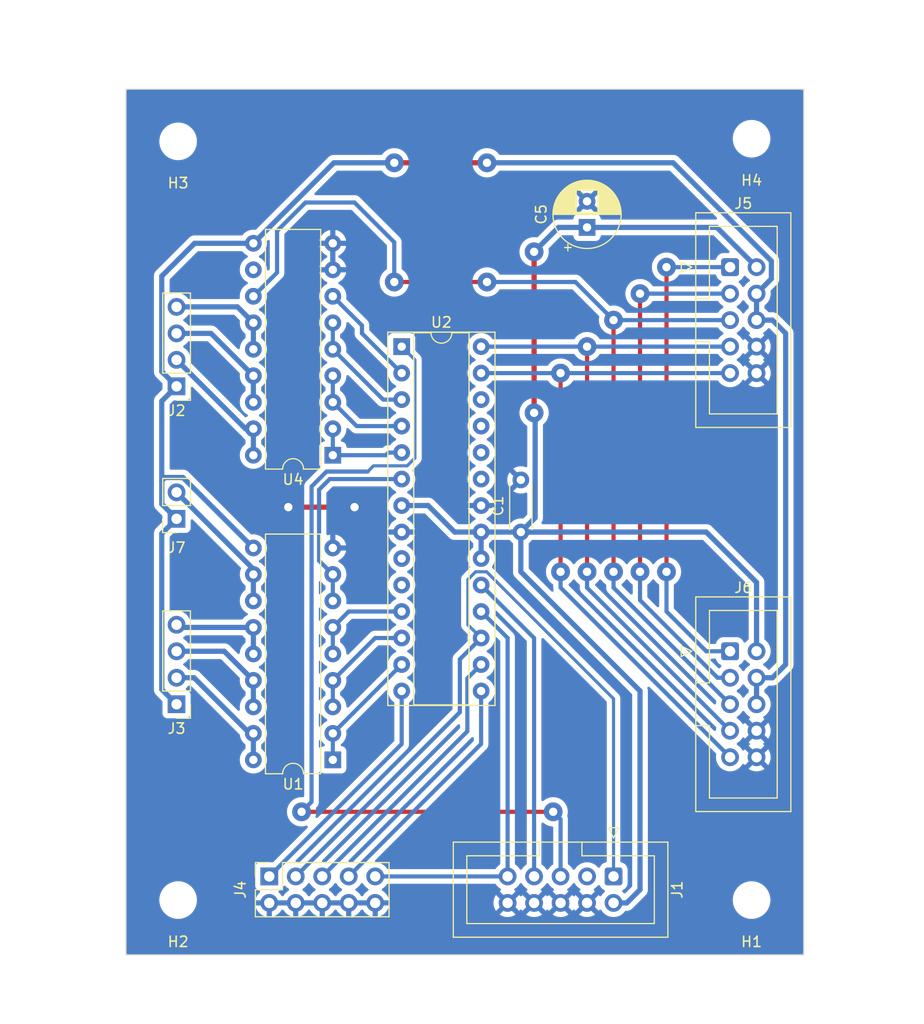
<source format=kicad_pcb>
(kicad_pcb (version 20240108) (generator "pcbnew") (generator_version "8.0")
  (layers (0 "F.Cu" signal) (31 "B.Cu" signal) (34 "B.Paste" user) (35 "F.Paste" user) (36 "B.SilkS" user "B.Silkscreen") (37 "F.SilkS" user "F.Silkscreen") (38 "B.Mask" user) (39 "F.Mask" user) (44 "Edge.Cuts" user))
  (net 0 "")
  (net 1 "GND")
  (net 2 "+5V")
  (net 3 "SCK")
  (net 4 "Reset")
  (net 6 "MISO")
  (net 7 "MOSI")
  (net 8 "+12V")
  (net 9 "Net-(J2-Pin_3)")
  (net 10 "Net-(J2-Pin_4)")
  (net 11 "Net-(J2-Pin_2)")
  (net 12 "Net-(J3-Pin_2)")
  (net 13 "Net-(J3-Pin_4)")
  (net 14 "Net-(J3-Pin_3)")
  (net 15 "Net-(J5-Pin_1)")
  (net 16 "SDA")
  (net 17 "Interrupt")
  (net 18 "Net-(J5-Pin_3)")
  (net 19 "SCL")
  (net 20 "Net-(U1-I5)")
  (net 21 "Net-(U1-I1)")
  (net 22 "Net-(U1-I3)")
  (net 27 "Net-(U2-PD1)")
  (net 29 "Net-(U2-PD2)")
  (net 31 "Net-(U2-PD0)")
  (net 32 "Net-(J4-Pin_5)")
  (net 33 "Net-(J4-Pin_1)")
  (net 34 "Net-(U2-PD3)")
  (net 36 "Net-(J4-Pin_7)")
  (net 37 "Net-(J7-Pin_2)")
  (net 38 "Net-(U1-I7)")
  (footprint "Capacitor_THT:C_Disc_D4.3mm_W1.9mm_P5.00mm" (layer "F.Cu") (at 153.11 90.016052 90)
    (property "Reference" "C1" (at 2.5 -2.2 90) (layer "F.SilkS"))
    (property "Value" "100nF")
    (pad "1" thru_hole circle (at 0 0 90) (size 1.6 1.6) (drill 0.8) (layers "*.Cu" "*.Mask") (net 2 "+5V"))
    (pad "2" thru_hole circle (at 5 0 90) (size 1.6 1.6) (drill 0.8) (layers "*.Cu" "*.Mask") (net 1 "GND"))
  )
  (footprint "Connector_PinHeader_2.54mm:PinHeader_1x04_P2.54mm_Vertical" (layer "F.Cu") (at 120.09 76.046052 180)
    (property "Reference" "J2" (at 0 -2.33 360) (layer "F.SilkS"))
    (property "Value" "LED1")
    (pad "1" thru_hole rect (at 0 0 180) (size 1.7 1.7) (drill 1) (layers "*.Cu" "*.Mask") (net 8 "+12V"))
    (pad "2" thru_hole oval (at 0 2.54 180) (size 1.7 1.7) (drill 1) (layers "*.Cu" "*.Mask") (net 11 "Net-(J2-Pin_2)"))
    (pad "3" thru_hole oval (at 0 5.08 180) (size 1.7 1.7) (drill 1) (layers "*.Cu" "*.Mask") (net 9 "Net-(J2-Pin_3)"))
    (pad "4" thru_hole oval (at 0 7.62 180) (size 1.7 1.7) (drill 1) (layers "*.Cu" "*.Mask") (net 10 "Net-(J2-Pin_4)"))
  )
  (footprint "MountingHole:MountingHole_3mm" (layer "F.Cu") (at 120.24 125.302052 180)
    (property "Reference" "H2" (at 0 -4 360) (layer "F.SilkS"))
    (property "Value" "MountingHole")
    (pad "" np_thru_hole circle (at 0 0 180) (size 3 3) (drill 3) (layers "*.Cu" "*.Mask"))
  )
  (footprint "MountingHole:MountingHole_3mm" (layer "F.Cu") (at 120.24 52.556052 180)
    (property "Reference" "H3" (at 0 -4 360) (layer "F.SilkS"))
    (property "Value" "MountingHole")
    (pad "" np_thru_hole circle (at 0 0 180) (size 3 3) (drill 3) (layers "*.Cu" "*.Mask"))
  )
  (footprint "Connector_IDC:IDC-Header_2x05_P2.54mm_Vertical" (layer "F.Cu") (at 162 123.036052 -90)
    (property "Reference" "J1" (at 1.27 -6.1 90) (layer "F.SilkS"))
    (property "Value" "ISP")
    (pad "1" thru_hole roundrect (at 0 0 270) (size 1.7 1.7) (drill 1) (layers "*.Cu" "*.Mask") (roundrect_rratio 0.147059) (net 7 "MOSI"))
    (pad "2" thru_hole circle (at 2.54 0 270) (size 1.7 1.7) (drill 1) (layers "*.Cu" "*.Mask") (net 2 "+5V"))
    (pad "3" thru_hole circle (at 0 2.54 270) (size 1.7 1.7) (drill 1) (layers "*.Cu" "*.Mask"))
    (pad "4" thru_hole circle (at 2.54 2.54 270) (size 1.7 1.7) (drill 1) (layers "*.Cu" "*.Mask") (net 1 "GND"))
    (pad "5" thru_hole circle (at 0 5.08 270) (size 1.7 1.7) (drill 1) (layers "*.Cu" "*.Mask") (net 4 "Reset"))
    (pad "6" thru_hole circle (at 2.54 5.08 270) (size 1.7 1.7) (drill 1) (layers "*.Cu" "*.Mask") (net 1 "GND"))
    (pad "7" thru_hole circle (at 0 7.62 270) (size 1.7 1.7) (drill 1) (layers "*.Cu" "*.Mask") (net 3 "SCK"))
    (pad "8" thru_hole circle (at 2.54 7.62 270) (size 1.7 1.7) (drill 1) (layers "*.Cu" "*.Mask") (net 1 "GND"))
    (pad "9" thru_hole circle (at 0 10.16 270) (size 1.7 1.7) (drill 1) (layers "*.Cu" "*.Mask") (net 6 "MISO"))
    (pad "10" thru_hole circle (at 2.54 10.16 270) (size 1.7 1.7) (drill 1) (layers "*.Cu" "*.Mask") (net 1 "GND"))
  )
  (footprint "Connector_IDC:IDC-Header_2x05_P2.54mm_Vertical" (layer "F.Cu") (at 173.176 64.616052)
    (property "Reference" "J5" (at 1.27 -6.1 360) (layer "F.SilkS"))
    (property "Value" "BoardCon")
    (pad "1" thru_hole roundrect (at 0 0) (size 1.7 1.7) (drill 1) (layers "*.Cu" "*.Mask") (roundrect_rratio 0.147059) (net 15 "Net-(J5-Pin_1)"))
    (pad "2" thru_hole circle (at 2.54 0) (size 1.7 1.7) (drill 1) (layers "*.Cu" "*.Mask") (net 2 "+5V"))
    (pad "3" thru_hole circle (at 0 2.54) (size 1.7 1.7) (drill 1) (layers "*.Cu" "*.Mask") (net 18 "Net-(J5-Pin_3)"))
    (pad "4" thru_hole circle (at 2.54 2.54) (size 1.7 1.7) (drill 1) (layers "*.Cu" "*.Mask") (net 8 "+12V"))
    (pad "5" thru_hole circle (at 0 5.08) (size 1.7 1.7) (drill 1) (layers "*.Cu" "*.Mask") (net 17 "Interrupt"))
    (pad "6" thru_hole circle (at 2.54 5.08) (size 1.7 1.7) (drill 1) (layers "*.Cu" "*.Mask") (net 8 "+12V"))
    (pad "7" thru_hole circle (at 0 7.62) (size 1.7 1.7) (drill 1) (layers "*.Cu" "*.Mask") (net 19 "SCL"))
    (pad "8" thru_hole circle (at 2.54 7.62) (size 1.7 1.7) (drill 1) (layers "*.Cu" "*.Mask") (net 1 "GND"))
    (pad "9" thru_hole circle (at 0 10.16) (size 1.7 1.7) (drill 1) (layers "*.Cu" "*.Mask") (net 16 "SDA"))
    (pad "10" thru_hole circle (at 2.54 10.16) (size 1.7 1.7) (drill 1) (layers "*.Cu" "*.Mask") (net 1 "GND"))
  )
  (footprint "Connector_IDC:IDC-Header_2x05_P2.54mm_Vertical" (layer "F.Cu") (at 173.176 101.446052)
    (property "Reference" "J6" (at 1.27 -6.1 360) (layer "F.SilkS"))
    (property "Value" "BoardConOut")
    (pad "1" thru_hole roundrect (at 0 0) (size 1.7 1.7) (drill 1) (layers "*.Cu" "*.Mask") (roundrect_rratio 0.147059) (net 15 "Net-(J5-Pin_1)"))
    (pad "2" thru_hole circle (at 2.54 0) (size 1.7 1.7) (drill 1) (layers "*.Cu" "*.Mask") (net 2 "+5V"))
    (pad "3" thru_hole circle (at 0 2.54) (size 1.7 1.7) (drill 1) (layers "*.Cu" "*.Mask") (net 18 "Net-(J5-Pin_3)"))
    (pad "4" thru_hole circle (at 2.54 2.54) (size 1.7 1.7) (drill 1) (layers "*.Cu" "*.Mask") (net 8 "+12V"))
    (pad "5" thru_hole circle (at 0 5.08) (size 1.7 1.7) (drill 1) (layers "*.Cu" "*.Mask") (net 17 "Interrupt"))
    (pad "6" thru_hole circle (at 2.54 5.08) (size 1.7 1.7) (drill 1) (layers "*.Cu" "*.Mask") (net 8 "+12V"))
    (pad "7" thru_hole circle (at 0 7.62) (size 1.7 1.7) (drill 1) (layers "*.Cu" "*.Mask") (net 19 "SCL"))
    (pad "8" thru_hole circle (at 2.54 7.62) (size 1.7 1.7) (drill 1) (layers "*.Cu" "*.Mask") (net 1 "GND"))
    (pad "9" thru_hole circle (at 0 10.16) (size 1.7 1.7) (drill 1) (layers "*.Cu" "*.Mask") (net 16 "SDA"))
    (pad "10" thru_hole circle (at 2.54 10.16) (size 1.7 1.7) (drill 1) (layers "*.Cu" "*.Mask") (net 1 "GND"))
  )
  (footprint "MountingHole:MountingHole_3mm" (layer "F.Cu") (at 175.24 125.302052 180)
    (property "Reference" "H1" (at 0 -4 360) (layer "F.SilkS"))
    (property "Value" "MountingHole")
    (pad "" np_thru_hole circle (at 0 0 180) (size 3 3) (drill 3) (layers "*.Cu" "*.Mask"))
  )
  (footprint "Connector_PinSocket_2.54mm:PinSocket_2x05_P2.54mm_Vertical" (layer "F.Cu") (at 128.98 123.036052 90)
    (property "Reference" "J4" (at -1.27 -2.77 90) (layer "F.SilkS"))
    (property "Value" "Buttons")
    (pad "1" thru_hole rect (at 0 0 90) (size 1.7 1.7) (drill 1) (layers "*.Cu" "*.Mask") (net 33 "Net-(J4-Pin_1)"))
    (pad "2" thru_hole oval (at -2.54 0 90) (size 1.7 1.7) (drill 1) (layers "*.Cu" "*.Mask") (net 1 "GND"))
    (pad "3" thru_hole oval (at 0 2.54 90) (size 1.7 1.7) (drill 1) (layers "*.Cu" "*.Mask") (net 7 "MOSI"))
    (pad "4" thru_hole oval (at -2.54 2.54 90) (size 1.7 1.7) (drill 1) (layers "*.Cu" "*.Mask") (net 1 "GND"))
    (pad "5" thru_hole oval (at 0 5.08 90) (size 1.7 1.7) (drill 1) (layers "*.Cu" "*.Mask") (net 32 "Net-(J4-Pin_5)"))
    (pad "6" thru_hole oval (at -2.54 5.08 90) (size 1.7 1.7) (drill 1) (layers "*.Cu" "*.Mask") (net 1 "GND"))
    (pad "7" thru_hole oval (at 0 7.62 90) (size 1.7 1.7) (drill 1) (layers "*.Cu" "*.Mask") (net 36 "Net-(J4-Pin_7)"))
    (pad "8" thru_hole oval (at -2.54 7.62 90) (size 1.7 1.7) (drill 1) (layers "*.Cu" "*.Mask") (net 1 "GND"))
    (pad "9" thru_hole oval (at 0 10.16 90) (size 1.7 1.7) (drill 1) (layers "*.Cu" "*.Mask") (net 6 "MISO"))
    (pad "10" thru_hole oval (at -2.54 10.16 90) (size 1.7 1.7) (drill 1) (layers "*.Cu" "*.Mask") (net 1 "GND"))
  )
  (footprint "Package_DIP:DIP-18_W7.62mm" (layer "F.Cu") (at 135.076 82.650052 180)
    (property "Reference" "U4" (at 3.81 -2.33 360) (layer "F.SilkS"))
    (property "Value" "ULN2803A")
    (pad "1" thru_hole rect (at 0 0 180) (size 1.6 1.6) (drill 0.8) (layers "*.Cu" "*.Mask") (net 34 "Net-(U2-PD3)"))
    (pad "2" thru_hole oval (at 0 2.54 180) (size 1.6 1.6) (drill 0.8) (layers "*.Cu" "*.Mask") (net 34 "Net-(U2-PD3)"))
    (pad "3" thru_hole oval (at 0 5.08 180) (size 1.6 1.6) (drill 0.8) (layers "*.Cu" "*.Mask") (net 29 "Net-(U2-PD2)"))
    (pad "4" thru_hole oval (at 0 7.62 180) (size 1.6 1.6) (drill 0.8) (layers "*.Cu" "*.Mask") (net 29 "Net-(U2-PD2)"))
    (pad "5" thru_hole oval (at 0 10.16 180) (size 1.6 1.6) (drill 0.8) (layers "*.Cu" "*.Mask") (net 27 "Net-(U2-PD1)"))
    (pad "6" thru_hole oval (at 0 12.7 180) (size 1.6 1.6) (drill 0.8) (layers "*.Cu" "*.Mask") (net 27 "Net-(U2-PD1)"))
    (pad "7" thru_hole oval (at 0 15.24 180) (size 1.6 1.6) (drill 0.8) (layers "*.Cu" "*.Mask") (net 31 "Net-(U2-PD0)"))
    (pad "8" thru_hole oval (at 0 17.78 180) (size 1.6 1.6) (drill 0.8) (layers "*.Cu" "*.Mask") (net 1 "GND"))
    (pad "9" thru_hole oval (at 0 20.32 180) (size 1.6 1.6) (drill 0.8) (layers "*.Cu" "*.Mask") (net 1 "GND"))
    (pad "10" thru_hole oval (at 7.62 20.32 180) (size 1.6 1.6) (drill 0.8) (layers "*.Cu" "*.Mask") (net 8 "+12V"))
    (pad "11" thru_hole oval (at 7.62 17.78 180) (size 1.6 1.6) (drill 0.8) (layers "*.Cu" "*.Mask"))
    (pad "12" thru_hole oval (at 7.62 15.24 180) (size 1.6 1.6) (drill 0.8) (layers "*.Cu" "*.Mask") (net 17 "Interrupt"))
    (pad "13" thru_hole oval (at 7.62 12.7 180) (size 1.6 1.6) (drill 0.8) (layers "*.Cu" "*.Mask") (net 10 "Net-(J2-Pin_4)"))
    (pad "14" thru_hole oval (at 7.62 10.16 180) (size 1.6 1.6) (drill 0.8) (layers "*.Cu" "*.Mask") (net 10 "Net-(J2-Pin_4)"))
    (pad "15" thru_hole oval (at 7.62 7.62 180) (size 1.6 1.6) (drill 0.8) (layers "*.Cu" "*.Mask") (net 9 "Net-(J2-Pin_3)"))
    (pad "16" thru_hole oval (at 7.62 5.08 180) (size 1.6 1.6) (drill 0.8) (layers "*.Cu" "*.Mask") (net 9 "Net-(J2-Pin_3)"))
    (pad "17" thru_hole oval (at 7.62 2.54 180) (size 1.6 1.6) (drill 0.8) (layers "*.Cu" "*.Mask") (net 11 "Net-(J2-Pin_2)"))
    (pad "18" thru_hole oval (at 7.62 0 180) (size 1.6 1.6) (drill 0.8) (layers "*.Cu" "*.Mask") (net 11 "Net-(J2-Pin_2)"))
  )
  (footprint "Connector_PinSocket_2.54mm:PinSocket_1x02_P2.54mm_Vertical" (layer "F.Cu") (at 120.09 88.746052 180)
    (property "Reference" "J7" (at 0 -2.77 360) (layer "F.SilkS"))
    (property "Value" "LED3")
    (pad "1" thru_hole rect (at 0 0 180) (size 1.7 1.7) (drill 1) (layers "*.Cu" "*.Mask") (net 8 "+12V"))
    (pad "2" thru_hole oval (at 0 2.54 180) (size 1.7 1.7) (drill 1) (layers "*.Cu" "*.Mask") (net 37 "Net-(J7-Pin_2)"))
  )
  (footprint "Package_DIP:DIP-18_W7.62mm" (layer "F.Cu") (at 135.076 111.860052 180)
    (property "Reference" "U1" (at 3.81 -2.33 360) (layer "F.SilkS"))
    (property "Value" "ULN2803A")
    (pad "1" thru_hole rect (at 0 0 180) (size 1.6 1.6) (drill 0.8) (layers "*.Cu" "*.Mask") (net 21 "Net-(U1-I1)"))
    (pad "2" thru_hole oval (at 0 2.54 180) (size 1.6 1.6) (drill 0.8) (layers "*.Cu" "*.Mask") (net 21 "Net-(U1-I1)"))
    (pad "3" thru_hole oval (at 0 5.08 180) (size 1.6 1.6) (drill 0.8) (layers "*.Cu" "*.Mask") (net 22 "Net-(U1-I3)"))
    (pad "4" thru_hole oval (at 0 7.62 180) (size 1.6 1.6) (drill 0.8) (layers "*.Cu" "*.Mask") (net 22 "Net-(U1-I3)"))
    (pad "5" thru_hole oval (at 0 10.16 180) (size 1.6 1.6) (drill 0.8) (layers "*.Cu" "*.Mask") (net 20 "Net-(U1-I5)"))
    (pad "6" thru_hole oval (at 0 12.7 180) (size 1.6 1.6) (drill 0.8) (layers "*.Cu" "*.Mask") (net 20 "Net-(U1-I5)"))
    (pad "7" thru_hole oval (at 0 15.24 180) (size 1.6 1.6) (drill 0.8) (layers "*.Cu" "*.Mask") (net 38 "Net-(U1-I7)"))
    (pad "8" thru_hole oval (at 0 17.78 180) (size 1.6 1.6) (drill 0.8) (layers "*.Cu" "*.Mask") (net 38 "Net-(U1-I7)"))
    (pad "9" thru_hole oval (at 0 20.32 180) (size 1.6 1.6) (drill 0.8) (layers "*.Cu" "*.Mask") (net 1 "GND"))
    (pad "10" thru_hole oval (at 7.62 20.32 180) (size 1.6 1.6) (drill 0.8) (layers "*.Cu" "*.Mask") (net 8 "+12V"))
    (pad "11" thru_hole oval (at 7.62 17.78 180) (size 1.6 1.6) (drill 0.8) (layers "*.Cu" "*.Mask") (net 37 "Net-(J7-Pin_2)"))
    (pad "12" thru_hole oval (at 7.62 15.24 180) (size 1.6 1.6) (drill 0.8) (layers "*.Cu" "*.Mask") (net 37 "Net-(J7-Pin_2)"))
    (pad "13" thru_hole oval (at 7.62 12.7 180) (size 1.6 1.6) (drill 0.8) (layers "*.Cu" "*.Mask") (net 13 "Net-(J3-Pin_4)"))
    (pad "14" thru_hole oval (at 7.62 10.16 180) (size 1.6 1.6) (drill 0.8) (layers "*.Cu" "*.Mask") (net 13 "Net-(J3-Pin_4)"))
    (pad "15" thru_hole oval (at 7.62 7.62 180) (size 1.6 1.6) (drill 0.8) (layers "*.Cu" "*.Mask") (net 14 "Net-(J3-Pin_3)"))
    (pad "16" thru_hole oval (at 7.62 5.08 180) (size 1.6 1.6) (drill 0.8) (layers "*.Cu" "*.Mask") (net 14 "Net-(J3-Pin_3)"))
    (pad "17" thru_hole oval (at 7.62 2.54 180) (size 1.6 1.6) (drill 0.8) (layers "*.Cu" "*.Mask") (net 12 "Net-(J3-Pin_2)"))
    (pad "18" thru_hole oval (at 7.62 0 180) (size 1.6 1.6) (drill 0.8) (layers "*.Cu" "*.Mask") (net 12 "Net-(J3-Pin_2)"))
  )
  (footprint "MountingHole:MountingHole_3mm" (layer "F.Cu") (at 175.24 52.302052 180)
    (property "Reference" "H4" (at 0 -4 360) (layer "F.SilkS"))
    (property "Value" "MountingHole")
    (pad "" np_thru_hole circle (at 0 0 180) (size 3 3) (drill 3) (layers "*.Cu" "*.Mask"))
  )
  (footprint "Connector_PinHeader_2.54mm:PinHeader_1x04_P2.54mm_Vertical" (layer "F.Cu") (at 120.09 106.526052 180)
    (property "Reference" "J3" (at 0 -2.33 360) (layer "F.SilkS"))
    (property "Value" "LED2")
    (pad "1" thru_hole rect (at 0 0 180) (size 1.7 1.7) (drill 1) (layers "*.Cu" "*.Mask") (net 8 "+12V"))
    (pad "2" thru_hole oval (at 0 2.54 180) (size 1.7 1.7) (drill 1) (layers "*.Cu" "*.Mask") (net 12 "Net-(J3-Pin_2)"))
    (pad "3" thru_hole oval (at 0 5.08 180) (size 1.7 1.7) (drill 1) (layers "*.Cu" "*.Mask") (net 14 "Net-(J3-Pin_3)"))
    (pad "4" thru_hole oval (at 0 7.62 180) (size 1.7 1.7) (drill 1) (layers "*.Cu" "*.Mask") (net 13 "Net-(J3-Pin_4)"))
  )
  (footprint "Package_DIP:DIP-28_W7.62mm_Socket" (layer "F.Cu") (at 141.68 72.236052)
    (property "Reference" "U2" (at 3.81 -2.33 360) (layer "F.SilkS"))
    (property "Value" "ATmega48-20P")
    (pad "1" thru_hole rect (at 0 0) (size 1.6 1.6) (drill 0.8) (layers "*.Cu" "*.Mask") (net 4 "Reset"))
    (pad "2" thru_hole oval (at 0 2.54) (size 1.6 1.6) (drill 0.8) (layers "*.Cu" "*.Mask") (net 31 "Net-(U2-PD0)"))
    (pad "3" thru_hole oval (at 0 5.08) (size 1.6 1.6) (drill 0.8) (layers "*.Cu" "*.Mask") (net 27 "Net-(U2-PD1)"))
    (pad "4" thru_hole oval (at 0 7.62) (size 1.6 1.6) (drill 0.8) (layers "*.Cu" "*.Mask") (net 29 "Net-(U2-PD2)"))
    (pad "5" thru_hole oval (at 0 10.16) (size 1.6 1.6) (drill 0.8) (layers "*.Cu" "*.Mask") (net 34 "Net-(U2-PD3)"))
    (pad "6" thru_hole oval (at 0 12.7) (size 1.6 1.6) (drill 0.8) (layers "*.Cu" "*.Mask") (net 38 "Net-(U1-I7)"))
    (pad "7" thru_hole oval (at 0 15.24) (size 1.6 1.6) (drill 0.8) (layers "*.Cu" "*.Mask") (net 2 "+5V"))
    (pad "8" thru_hole oval (at 0 17.78) (size 1.6 1.6) (drill 0.8) (layers "*.Cu" "*.Mask") (net 1 "GND"))
    (pad "9" thru_hole oval (at 0 20.32) (size 1.6 1.6) (drill 0.8) (layers "*.Cu" "*.Mask"))
    (pad "10" thru_hole oval (at 0 22.86) (size 1.6 1.6) (drill 0.8) (layers "*.Cu" "*.Mask"))
    (pad "11" thru_hole oval (at 0 25.4) (size 1.6 1.6) (drill 0.8) (layers "*.Cu" "*.Mask") (net 20 "Net-(U1-I5)"))
    (pad "12" thru_hole oval (at 0 27.94) (size 1.6 1.6) (drill 0.8) (layers "*.Cu" "*.Mask") (net 22 "Net-(U1-I3)"))
    (pad "13" thru_hole oval (at 0 30.48) (size 1.6 1.6) (drill 0.8) (layers "*.Cu" "*.Mask") (net 21 "Net-(U1-I1)"))
    (pad "14" thru_hole oval (at 0 33.02) (size 1.6 1.6) (drill 0.8) (layers "*.Cu" "*.Mask") (net 33 "Net-(J4-Pin_1)"))
    (pad "15" thru_hole oval (at 7.62 33.02) (size 1.6 1.6) (drill 0.8) (layers "*.Cu" "*.Mask") (net 36 "Net-(J4-Pin_7)"))
    (pad "16" thru_hole oval (at 7.62 30.48) (size 1.6 1.6) (drill 0.8) (layers "*.Cu" "*.Mask") (net 32 "Net-(J4-Pin_5)"))
    (pad "17" thru_hole oval (at 7.62 27.94) (size 1.6 1.6) (drill 0.8) (layers "*.Cu" "*.Mask") (net 7 "MOSI"))
    (pad "18" thru_hole oval (at 7.62 25.4) (size 1.6 1.6) (drill 0.8) (layers "*.Cu" "*.Mask") (net 6 "MISO"))
    (pad "19" thru_hole oval (at 7.62 22.86) (size 1.6 1.6) (drill 0.8) (layers "*.Cu" "*.Mask") (net 3 "SCK"))
    (pad "20" thru_hole oval (at 7.62 20.32) (size 1.6 1.6) (drill 0.8) (layers "*.Cu" "*.Mask") (net 2 "+5V"))
    (pad "21" thru_hole oval (at 7.62 17.78) (size 1.6 1.6) (drill 0.8) (layers "*.Cu" "*.Mask") (net 2 "+5V"))
    (pad "22" thru_hole oval (at 7.62 15.24) (size 1.6 1.6) (drill 0.8) (layers "*.Cu" "*.Mask") (net 1 "GND"))
    (pad "23" thru_hole oval (at 7.62 12.7) (size 1.6 1.6) (drill 0.8) (layers "*.Cu" "*.Mask"))
    (pad "24" thru_hole oval (at 7.62 10.16) (size 1.6 1.6) (drill 0.8) (layers "*.Cu" "*.Mask"))
    (pad "25" thru_hole oval (at 7.62 7.62) (size 1.6 1.6) (drill 0.8) (layers "*.Cu" "*.Mask"))
    (pad "26" thru_hole oval (at 7.62 5.08) (size 1.6 1.6) (drill 0.8) (layers "*.Cu" "*.Mask"))
    (pad "27" thru_hole oval (at 7.62 2.54) (size 1.6 1.6) (drill 0.8) (layers "*.Cu" "*.Mask") (net 16 "SDA"))
    (pad "28" thru_hole oval (at 7.62 0) (size 1.6 1.6) (drill 0.8) (layers "*.Cu" "*.Mask") (net 19 "SCL"))
  )
  (footprint "Capacitor_THT:CP_Radial_D6.3mm_P2.50mm" (layer "F.Cu") (at 159.46 60.806052 90)
    (property "Reference" "C5" (at 1.25 -4.4 90) (layer "F.SilkS"))
    (property "Value" "10uF")
    (pad "1" thru_hole rect (at 0 0 90) (size 1.6 1.6) (drill 0.8) (layers "*.Cu" "*.Mask") (net 2 "+5V"))
    (pad "2" thru_hole circle (at 2.5 0 90) (size 1.6 1.6) (drill 0.8) (layers "*.Cu" "*.Mask") (net 1 "GND"))
  )
  (gr_rect (start 115.24 47.556052) (end 180.24 130.556052) (stroke (width 0.1)) (fill none) (layer "Edge.Cuts"))
  (segment (start 130.81 87.63) (end 137.16 87.63) (width 0.5) (layer "F.Cu") (net 1))
  (via (at 137.16 87.63) (size 1.8) (drill 0.8) (layers "F.Cu" "B.Cu") (net 1))
  (via (at 130.81 87.63) (size 1.8) (drill 0.8) (layers "F.Cu" "B.Cu") (net 1))
  (segment (start 154.38 63.146052) (end 154.38 78.586052) (width 0.5) (layer "F.Cu") (net 2))
  (via (at 154.38 78.586052) (size 1.8) (drill 0.8) (layers "F.Cu" "B.Cu") (net 2))
  (via (at 154.38 63.146052) (size 1.8) (drill 0.8) (layers "F.Cu" "B.Cu") (net 2))
  (segment (start 156.72 60.806052) (end 159.46 60.806052) (width 0.5) (layer "B.Cu") (net 2))
  (segment (start 144.22 87.476052) (end 141.68 87.476052) (width 0.5) (layer "B.Cu") (net 2))
  (segment (start 156.92 90.016052) (end 153.11 90.016052) (width 0.5) (layer "B.Cu") (net 2))
  (segment (start 162 125.576052) (end 163.27 125.576052) (width 0.5) (layer "B.Cu") (net 2))
  (segment (start 170.89 90.016052) (end 175.716 94.842052) (width 0.5) (layer "B.Cu") (net 2))
  (segment (start 153.11 93.826052) (end 164.54 105.256052) (width 0.5) (layer "B.Cu") (net 2))
  (segment (start 146.76 90.016052) (end 144.22 87.476052) (width 0.5) (layer "B.Cu") (net 2))
  (segment (start 163.27 125.576052) (end 164.54 124.306052) (width 0.5) (layer "B.Cu") (net 2))
  (segment (start 175.716 94.842052) (end 175.716 101.446052) (width 0.5) (layer "B.Cu") (net 2))
  (segment (start 164.54 105.256052) (end 164.54 124.306052) (width 0.5) (layer "B.Cu") (net 2))
  (segment (start 170.89 90.016052) (end 156.92 90.016052) (width 0.5) (layer "B.Cu") (net 2))
  (segment (start 149.3 90.016052) (end 146.76 90.016052) (width 0.5) (layer "B.Cu") (net 2))
  (segment (start 154.48 88.646052) (end 153.11 90.016052) (width 0.5) (layer "B.Cu") (net 2))
  (segment (start 159.46 60.806052) (end 171.906 60.806052) (width 0.5) (layer "B.Cu") (net 2))
  (segment (start 154.48 78.686052) (end 154.48 88.646052) (width 0.5) (layer "B.Cu") (net 2))
  (segment (start 154.38 63.146052) (end 156.72 60.806052) (width 0.5) (layer "B.Cu") (net 2))
  (segment (start 156.92 90.016052) (end 149.3 90.016052) (width 0.5) (layer "B.Cu") (net 2))
  (segment (start 149.3 90.016052) (end 149.3 92.556052) (width 0.5) (layer "B.Cu") (net 2))
  (segment (start 171.906 60.806052) (end 175.716 64.616052) (width 0.5) (layer "B.Cu") (net 2))
  (segment (start 153.11 90.016052) (end 153.11 93.826052) (width 0.5) (layer "B.Cu") (net 2))
  (segment (start 154.38 78.586052) (end 154.48 78.686052) (width 0.5) (layer "B.Cu") (net 2))
  (segment (start 154.38 123.036052) (end 154.38 100.176052) (width 0.4) (layer "B.Cu") (net 3))
  (segment (start 154.38 100.176052) (end 149.3 95.096052) (width 0.4) (layer "B.Cu") (net 3))
  (segment (start 156.21 116.84) (end 132.08 116.84) (width 0.4) (layer "F.Cu") (net 4))
  (via (at 132.08 116.84) (size 1.8) (drill 0.8) (layers "F.Cu" "B.Cu") (net 4))
  (via (at 156.21 116.84) (size 1.8) (drill 0.8) (layers "F.Cu" "B.Cu") (net 4))
  (segment (start 141.68 72.236052) (end 142.95 73.506052) (width 0.3) (layer "B.Cu") (net 4))
  (segment (start 142.95 73.506052) (end 142.95 82.922104) (width 0.3) (layer "B.Cu") (net 4))
  (segment (start 156.92 123.036052) (end 156.92 117.55) (width 0.4) (layer "B.Cu") (net 4))
  (segment (start 133.036 85.655766) (end 134.475714 84.216052) (width 0.4) (layer "B.Cu") (net 4))
  (segment (start 133.036 115.884) (end 133.036 85.655766) (width 0.4) (layer "B.Cu") (net 4))
  (segment (start 138.98 83.666052) (end 138.43 84.216052) (width 0.3) (layer "B.Cu") (net 4))
  (segment (start 142.95 82.922104) (end 142.206052 83.666052) (width 0.3) (layer "B.Cu") (net 4))
  (segment (start 134.475714 84.216052) (end 138.43 84.216052) (width 0.4) (layer "B.Cu") (net 4))
  (segment (start 132.08 116.84) (end 133.036 115.884) (width 0.4) (layer "B.Cu") (net 4))
  (segment (start 142.206052 83.666052) (end 138.98 83.666052) (width 0.3) (layer "B.Cu") (net 4))
  (segment (start 156.92 117.55) (end 156.21 116.84) (width 0.4) (layer "B.Cu") (net 4))
  (segment (start 151.84 100.176052) (end 149.3 97.636052) (width 0.4) (layer "B.Cu") (net 6))
  (segment (start 151.84 123.036052) (end 151.84 100.176052) (width 0.4) (layer "B.Cu") (net 6))
  (segment (start 139.14 123.036052) (end 151.84 123.036052) (width 0.4) (layer "B.Cu") (net 6))
  (segment (start 162 106) (end 149.826052 93.826052) (width 0.3) (layer "B.Cu") (net 7))
  (segment (start 149.826052 93.826052) (end 148.773948 93.826052) (width 0.3) (layer "B.Cu") (net 7))
  (segment (start 148.773948 93.826052) (end 148.03 94.57) (width 0.3) (layer "B.Cu") (net 7))
  (segment (start 131.52 123.036052) (end 147.26 107.296052) (width 0.4) (layer "B.Cu") (net 7))
  (segment (start 148.03 98.906052) (end 149.3 100.176052) (width 0.3) (layer "B.Cu") (net 7))
  (segment (start 147.26 107.296052) (end 147.26 102.216052) (width 0.4) (layer "B.Cu") (net 7))
  (segment (start 147.26 102.216052) (end 149.3 100.176052) (width 0.4) (layer "B.Cu") (net 7))
  (segment (start 148.03 94.57) (end 148.03 98.906052) (width 0.3) (layer "B.Cu") (net 7))
  (segment (start 162 123.036052) (end 162 106) (width 0.3) (layer "B.Cu") (net 7))
  (segment (start 140.97 54.61) (end 149.86 54.61) (width 0.5) (layer "F.Cu") (net 8))
  (via (at 140.97 54.61) (size 1.8) (drill 0.8) (layers "F.Cu" "B.Cu") (net 8))
  (via (at 149.86 54.61) (size 1.8) (drill 0.8) (layers "F.Cu" "B.Cu") (net 8))
  (segment (start 175.716 70.204052) (end 175.716 67.664052) (width 0.5) (layer "B.Cu") (net 8))
  (segment (start 167.718132 54.61) (end 177.136 64.027868) (width 0.5) (layer "B.Cu") (net 8))
  (segment (start 177.24 103.986052) (end 178.51 102.716052) (width 0.5) (layer "B.Cu") (net 8))
  (segment (start 178.51 70.966052) (end 177.24 69.696052) (width 0.5) (layer "B.Cu") (net 8))
  (segment (start 120.09 76.046052) (end 118.67 74.626052) (width 0.5) (layer "B.Cu") (net 8))
  (segment (start 175.716 103.986052) (end 177.24 103.986052) (width 0.5) (layer "B.Cu") (net 8))
  (segment (start 135.176052 54.61) (end 140.97 54.61) (width 0.5) (layer "B.Cu") (net 8))
  (segment (start 121.819948 62.330052) (end 127.456 62.330052) (width 0.5) (layer "B.Cu") (net 8))
  (segment (start 177.136 65.736052) (end 175.716 67.156052) (width 0.5) (layer "B.Cu") (net 8))
  (segment (start 118.67 90.166052) (end 120.09 88.746052) (width 0.5) (layer "B.Cu") (net 8))
  (segment (start 149.86 54.61) (end 167.718132 54.61) (width 0.5) (layer "B.Cu") (net 8))
  (segment (start 118.67 105.106052) (end 118.67 90.166052) (width 0.5) (layer "B.Cu") (net 8))
  (segment (start 127.456 91.540052) (end 120.702 84.786052) (width 0.5) (layer "B.Cu") (net 8))
  (segment (start 120.09 106.526052) (end 118.67 105.106052) (width 0.5) (layer "B.Cu") (net 8))
  (segment (start 118.973948 84.786052) (end 118.67 85.09) (width 0.5) (layer "B.Cu") (net 8))
  (segment (start 118.67 85.09) (end 118.67 77.466052) (width 0.5) (layer "B.Cu") (net 8))
  (segment (start 118.67 65.48) (end 121.819948 62.330052) (width 0.5) (layer "B.Cu") (net 8))
  (segment (start 178.51 102.716052) (end 178.51 70.966052) (width 0.5) (layer "B.Cu") (net 8))
  (segment (start 120.702 84.786052) (end 118.973948 84.786052) (width 0.5) (layer "B.Cu") (net 8))
  (segment (start 127.456 62.330052) (end 135.176052 54.61) (width 0.5) (layer "B.Cu") (net 8))
  (segment (start 177.136 64.027868) (end 177.136 65.736052) (width 0.5) (layer "B.Cu") (net 8))
  (segment (start 118.67 87.326052) (end 118.67 85.09) (width 0.5) (layer "B.Cu") (net 8))
  (segment (start 118.67 77.466052) (end 120.09 76.046052) (width 0.5) (layer "B.Cu") (net 8))
  (segment (start 118.67 74.626052) (end 118.67 65.48) (width 0.5) (layer "B.Cu") (net 8))
  (segment (start 177.24 69.696052) (end 175.716 69.696052) (width 0.5) (layer "B.Cu") (net 8))
  (segment (start 175.716 106.526052) (end 175.716 103.986052) (width 0.5) (layer "B.Cu") (net 8))
  (segment (start 120.09 88.746052) (end 118.67 87.326052) (width 0.5) (layer "B.Cu") (net 8))
  (segment (start 127.456 75.030052) (end 127.456 77.570052) (width 0.5) (layer "B.Cu") (net 9))
  (segment (start 120.09 70.966052) (end 123.392 70.966052) (width 0.5) (layer "B.Cu") (net 9))
  (segment (start 123.392 70.966052) (end 127.456 75.030052) (width 0.5) (layer "B.Cu") (net 9))
  (segment (start 127.456 69.950052) (end 127.456 72.490052) (width 0.5) (layer "B.Cu") (net 10))
  (segment (start 120.09 68.426052) (end 125.932 68.426052) (width 0.5) (layer "B.Cu") (net 10))
  (segment (start 125.932 68.426052) (end 127.456 69.950052) (width 0.5) (layer "B.Cu") (net 10))
  (segment (start 120.09 73.506052) (end 126.694 80.110052) (width 0.5) (layer "B.Cu") (net 11))
  (segment (start 127.456 80.110052) (end 127.456 82.650052) (width 0.5) (layer "B.Cu") (net 11))
  (segment (start 126.694 80.110052) (end 127.456 80.110052) (width 0.5) (layer "B.Cu") (net 11))
  (segment (start 121.766052 103.986052) (end 120.09 103.986052) (width 0.5) (layer "B.Cu") (net 12))
  (segment (start 127.456 109.320052) (end 127.100052 109.320052) (width 0.5) (layer "B.Cu") (net 12))
  (segment (start 127.456 111.860052) (end 127.456 109.320052) (width 0.5) (layer "B.Cu") (net 12))
  (segment (start 127.100052 109.320052) (end 121.766052 103.986052) (width 0.5) (layer "B.Cu") (net 12))
  (segment (start 120.344 99.160052) (end 120.09 98.906052) (width 0.5) (layer "B.Cu") (net 13))
  (segment (start 127.456 99.160052) (end 120.344 99.160052) (width 0.5) (layer "B.Cu") (net 13))
  (segment (start 127.456 101.700052) (end 127.456 99.160052) (width 0.5) (layer "B.Cu") (net 13))
  (segment (start 127.456 104.240052) (end 127.456 106.780052) (width 0.5) (layer "B.Cu") (net 14))
  (segment (start 120.09 101.446052) (end 124.662 101.446052) (width 0.5) (layer "B.Cu") (net 14))
  (segment (start 124.662 101.446052) (end 127.456 104.240052) (width 0.5) (layer "B.Cu") (net 14))
  (segment (start 167.08 93.826052) (end 167.08 64.616052) (width 0.4) (layer "F.Cu") (net 15))
  (via (at 167.08 93.826052) (size 1.8) (drill 0.8) (layers "F.Cu" "B.Cu") (net 15))
  (via (at 167.08 64.616052) (size 1.8) (drill 0.8) (layers "F.Cu" "B.Cu") (net 15))
  (segment (start 167.08 64.616052) (end 173.176 64.616052) (width 0.4) (layer "B.Cu") (net 15))
  (segment (start 173.176 101.446052) (end 170.89 101.446052) (width 0.4) (layer "B.Cu") (net 15))
  (segment (start 170.89 101.446052) (end 167.08 97.636052) (width 0.4) (layer "B.Cu") (net 15))
  (segment (start 167.08 97.636052) (end 167.08 93.826052) (width 0.4) (layer "B.Cu") (net 15))
  (segment (start 156.92 74.776052) (end 156.92 93.826052) (width 0.4) (layer "F.Cu") (net 16))
  (via (at 156.92 93.826052) (size 1.8) (drill 0.8) (layers "F.Cu" "B.Cu") (net 16))
  (via (at 156.92 74.776052) (size 1.8) (drill 0.8) (layers "F.Cu" "B.Cu") (net 16))
  (segment (start 173.176 74.776052) (end 149.3 74.776052) (width 0.4) (layer "B.Cu") (net 16))
  (segment (start 156.92 93.826052) (end 156.92 95.350052) (width 0.4) (layer "B.Cu") (net 16))
  (segment (start 156.92 95.350052) (end 173.176 111.606052) (width 0.4) (layer "B.Cu") (net 16))
  (segment (start 162 69.696052) (end 162 93.826052) (width 0.4) (layer "F.Cu") (net 17))
  (segment (start 149.86 66.04) (end 140.97 66.04) (width 0.4) (layer "F.Cu") (net 17))
  (via (at 162 69.696052) (size 1.8) (drill 0.8) (layers "F.Cu" "B.Cu") (net 17))
  (via (at 140.97 66.04) (size 1.8) (drill 0.8) (layers "F.Cu" "B.Cu") (net 17))
  (via (at 162 93.826052) (size 1.8) (drill 0.8) (layers "F.Cu" "B.Cu") (net 17))
  (via (at 149.86 66.04) (size 1.8) (drill 0.8) (layers "F.Cu" "B.Cu") (net 17))
  (segment (start 158.343948 66.04) (end 149.86 66.04) (width 0.4) (layer "B.Cu") (net 17))
  (segment (start 162 95.350052) (end 173.176 106.526052) (width 0.4) (layer "B.Cu") (net 17))
  (segment (start 129.727498 65.138554) (end 127.456 67.410052) (width 0.4) (layer "B.Cu") (net 17))
  (segment (start 129.727498 61.147498) (end 129.727498 65.138554) (width 0.4) (layer "B.Cu") (net 17))
  (segment (start 132.454996 58.42) (end 129.727498 61.147498) (width 0.4) (layer "B.Cu") (net 17))
  (segment (start 140.97 66.04) (end 140.97 62.23) (width 0.4) (layer "B.Cu") (net 17))
  (segment (start 137.16 58.42) (end 132.454996 58.42) (width 0.4) (layer "B.Cu") (net 17))
  (segment (start 162 93.826052) (end 162 95.350052) (width 0.4) (layer "B.Cu") (net 17))
  (segment (start 140.97 62.23) (end 137.16 58.42) (width 0.4) (layer "B.Cu") (net 17))
  (segment (start 162 69.696052) (end 158.343948 66.04) (width 0.4) (layer "B.Cu") (net 17))
  (segment (start 173.176 69.696052) (end 162 69.696052) (width 0.4) (layer "B.Cu") (net 17))
  (segment (start 164.54 67.156052) (end 164.54 93.826052) (width 0.4) (layer "F.Cu") (net 18))
  (via (at 164.54 93.826052) (size 1.8) (drill 0.8) (layers "F.Cu" "B.Cu") (net 18))
  (via (at 164.54 67.156052) (size 1.8) (drill 0.8) (layers "F.Cu" "B.Cu") (net 18))
  (segment (start 173.176 67.156052) (end 164.54 67.156052) (width 0.4) (layer "B.Cu") (net 18))
  (segment (start 164.54 96.552133) (end 171.973919 103.986052) (width 0.4) (layer "B.Cu") (net 18))
  (segment (start 171.973919 103.986052) (end 173.176 103.986052) (width 0.4) (layer "B.Cu") (net 18))
  (segment (start 164.54 93.826052) (end 164.54 96.552133) (width 0.4) (layer "B.Cu") (net 18))
  (segment (start 159.46 72.236052) (end 159.46 93.826052) (width 0.4) (layer "F.Cu") (net 19))
  (via (at 159.46 72.236052) (size 1.8) (drill 0.8) (layers "F.Cu" "B.Cu") (net 19))
  (via (at 159.46 93.826052) (size 1.8) (drill 0.8) (layers "F.Cu" "B.Cu") (net 19))
  (segment (start 159.46 93.826052) (end 159.46 95.350052) (width 0.4) (layer "B.Cu") (net 19))
  (segment (start 159.46 95.350052) (end 173.176 109.066052) (width 0.4) (layer "B.Cu") (net 19))
  (segment (start 173.176 72.236052) (end 149.3 72.236052) (width 0.4) (layer "B.Cu") (net 19))
  (segment (start 141.68 97.636052) (end 136.6 97.636052) (width 0.4) (layer "B.Cu") (net 20))
  (segment (start 135.076 99.160052) (end 135.076 101.700052) (width 0.4) (layer "B.Cu") (net 20))
  (segment (start 136.6 97.636052) (end 135.076 99.160052) (width 0.4) (layer "B.Cu") (net 20))
  (segment (start 135.076 109.320052) (end 135.076 111.860052) (width 0.4) (layer "B.Cu") (net 21))
  (segment (start 141.68 102.716052) (end 135.076 109.320052) (width 0.4) (layer "B.Cu") (net 21))
  (segment (start 141.68 100.176052) (end 139.14 100.176052) (width 0.4) (layer "B.Cu") (net 22))
  (segment (start 139.14 100.176052) (end 135.076 104.240052) (width 0.4) (layer "B.Cu") (net 22))
  (segment (start 135.076 106.780052) (end 135.076 104.240052) (width 0.4) (layer "B.Cu") (net 22))
  (segment (start 141.68 77.316052) (end 139.902 77.316052) (width 0.4) (layer "B.Cu") (net 27))
  (segment (start 139.902 77.316052) (end 135.076 72.490052) (width 0.4) (layer "B.Cu") (net 27))
  (segment (start 135.076 72.490052) (end 135.076 69.950052) (width 0.4) (layer "B.Cu") (net 27))
  (segment (start 137.362 79.856052) (end 135.076 77.570052) (width 0.4) (layer "B.Cu") (net 29))
  (segment (start 135.076 77.570052) (end 135.076 75.030052) (width 0.4) (layer "B.Cu") (net 29))
  (segment (start 141.68 79.856052) (end 137.362 79.856052) (width 0.4) (layer "B.Cu") (net 29))
  (segment (start 137.87 70.966052) (end 137.87 70.204052) (width 0.4) (layer "B.Cu") (net 31))
  (segment (start 137.87 70.204052) (end 135.076 67.410052) (width 0.4) (layer "B.Cu") (net 31))
  (segment (start 141.68 74.776052) (end 137.87 70.966052) (width 0.4) (layer "B.Cu") (net 31))
  (segment (start 147.98 109.116052) (end 147.98 104.036052) (width 0.4) (layer "B.Cu") (net 32))
  (segment (start 147.98 104.036052) (end 149.3 102.716052) (width 0.4) (layer "B.Cu") (net 32))
  (segment (start 134.06 123.036052) (end 147.98 109.116052) (width 0.4) (layer "B.Cu") (net 32))
  (segment (start 128.98 123.036052) (end 141.68 110.336052) (width 0.4) (layer "B.Cu") (net 33))
  (segment (start 141.68 110.336052) (end 141.68 105.256052) (width 0.4) (layer "B.Cu") (net 33))
  (segment (start 140.156 82.650052) (end 135.076 82.650052) (width 0.4) (layer "B.Cu") (net 34))
  (segment (start 141.68 82.396052) (end 140.41 82.396052) (width 0.4) (layer "B.Cu") (net 34))
  (segment (start 135.076 82.650052) (end 135.076 80.110052) (width 0.4) (layer "B.Cu") (net 34))
  (segment (start 140.41 82.396052) (end 140.156 82.650052) (width 0.4) (layer "B.Cu") (net 34))
  (segment (start 149.3 110.336052) (end 136.6 123.036052) (width 0.4) (layer "B.Cu") (net 36))
  (segment (start 149.3 105.256052) (end 149.3 110.336052) (width 0.4) (layer "B.Cu") (net 36))
  (segment (start 127.456 94.080052) (end 127.456 93.572052) (width 0.5) (layer "B.Cu") (net 37))
  (segment (start 127.456 93.572052) (end 120.09 86.206052) (width 0.5) (layer "B.Cu") (net 37))
  (segment (start 127.456 96.620052) (end 127.456 94.080052) (width 0.5) (layer "B.Cu") (net 37))
  (segment (start 133.756 92.760052) (end 133.756 85.954) (width 0.4) (layer "B.Cu") (net 38))
  (segment (start 135.076 94.080052) (end 133.756 92.760052) (width 0.4) (layer "B.Cu") (net 38))
  (segment (start 133.756 85.954) (end 134.773948 84.936052) (width 0.4) (layer "B.Cu") (net 38))
  (segment (start 135.076 96.620052) (end 135.076 94.080052) (width 0.4) (layer "B.Cu") (net 38))
  (segment (start 134.773948 84.936052) (end 141.68 84.936052) (width 0.4) (layer "B.Cu") (net 38))
  (segment (start 135.076 94.080052) (end 135.33 93.826052) (width 0.4) (layer "B.Cu") (net 38))
  (zone (net 1) (net_name "GND") (layer "B.Cu") (connect_pads (clearance 0.5)) (min_thickness 0.25) (fill yes (thermal_gap 0.5) (thermal_bridge_width 0.5) (island_removal_mode 1) (island_area_min 10))
    (polygon (pts (xy 115 47) (xy 181 47) (xy 181 131) (xy 115 131)))
  )
)
</source>
